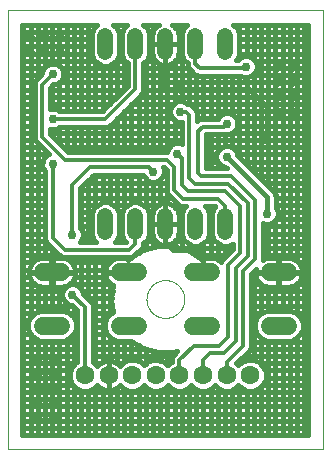
<source format=gtl>
G75*
%MOIN*%
%OFA0B0*%
%FSLAX25Y25*%
%IPPOS*%
%LPD*%
%AMOC8*
5,1,8,0,0,1.08239X$1,22.5*
%
%ADD10C,0.00000*%
%ADD11C,0.05200*%
%ADD12C,0.06299*%
%ADD13C,0.06000*%
%ADD14C,0.01200*%
%ADD15C,0.02978*%
%ADD16C,0.01600*%
%ADD17C,0.03175*%
D10*
X0001800Y0001800D02*
X0001800Y0148001D01*
X0106721Y0148001D01*
X0106721Y0001800D01*
X0001800Y0001800D01*
X0048001Y0051800D02*
X0048003Y0051958D01*
X0048009Y0052116D01*
X0048019Y0052274D01*
X0048033Y0052432D01*
X0048051Y0052589D01*
X0048072Y0052746D01*
X0048098Y0052902D01*
X0048128Y0053058D01*
X0048161Y0053213D01*
X0048199Y0053366D01*
X0048240Y0053519D01*
X0048285Y0053671D01*
X0048334Y0053822D01*
X0048387Y0053971D01*
X0048443Y0054119D01*
X0048503Y0054265D01*
X0048567Y0054410D01*
X0048635Y0054553D01*
X0048706Y0054695D01*
X0048780Y0054835D01*
X0048858Y0054972D01*
X0048940Y0055108D01*
X0049024Y0055242D01*
X0049113Y0055373D01*
X0049204Y0055502D01*
X0049299Y0055629D01*
X0049396Y0055754D01*
X0049497Y0055876D01*
X0049601Y0055995D01*
X0049708Y0056112D01*
X0049818Y0056226D01*
X0049931Y0056337D01*
X0050046Y0056446D01*
X0050164Y0056551D01*
X0050285Y0056653D01*
X0050408Y0056753D01*
X0050534Y0056849D01*
X0050662Y0056942D01*
X0050792Y0057032D01*
X0050925Y0057118D01*
X0051060Y0057202D01*
X0051196Y0057281D01*
X0051335Y0057358D01*
X0051476Y0057430D01*
X0051618Y0057500D01*
X0051762Y0057565D01*
X0051908Y0057627D01*
X0052055Y0057685D01*
X0052204Y0057740D01*
X0052354Y0057791D01*
X0052505Y0057838D01*
X0052657Y0057881D01*
X0052810Y0057920D01*
X0052965Y0057956D01*
X0053120Y0057987D01*
X0053276Y0058015D01*
X0053432Y0058039D01*
X0053589Y0058059D01*
X0053747Y0058075D01*
X0053904Y0058087D01*
X0054063Y0058095D01*
X0054221Y0058099D01*
X0054379Y0058099D01*
X0054537Y0058095D01*
X0054696Y0058087D01*
X0054853Y0058075D01*
X0055011Y0058059D01*
X0055168Y0058039D01*
X0055324Y0058015D01*
X0055480Y0057987D01*
X0055635Y0057956D01*
X0055790Y0057920D01*
X0055943Y0057881D01*
X0056095Y0057838D01*
X0056246Y0057791D01*
X0056396Y0057740D01*
X0056545Y0057685D01*
X0056692Y0057627D01*
X0056838Y0057565D01*
X0056982Y0057500D01*
X0057124Y0057430D01*
X0057265Y0057358D01*
X0057404Y0057281D01*
X0057540Y0057202D01*
X0057675Y0057118D01*
X0057808Y0057032D01*
X0057938Y0056942D01*
X0058066Y0056849D01*
X0058192Y0056753D01*
X0058315Y0056653D01*
X0058436Y0056551D01*
X0058554Y0056446D01*
X0058669Y0056337D01*
X0058782Y0056226D01*
X0058892Y0056112D01*
X0058999Y0055995D01*
X0059103Y0055876D01*
X0059204Y0055754D01*
X0059301Y0055629D01*
X0059396Y0055502D01*
X0059487Y0055373D01*
X0059576Y0055242D01*
X0059660Y0055108D01*
X0059742Y0054972D01*
X0059820Y0054835D01*
X0059894Y0054695D01*
X0059965Y0054553D01*
X0060033Y0054410D01*
X0060097Y0054265D01*
X0060157Y0054119D01*
X0060213Y0053971D01*
X0060266Y0053822D01*
X0060315Y0053671D01*
X0060360Y0053519D01*
X0060401Y0053366D01*
X0060439Y0053213D01*
X0060472Y0053058D01*
X0060502Y0052902D01*
X0060528Y0052746D01*
X0060549Y0052589D01*
X0060567Y0052432D01*
X0060581Y0052274D01*
X0060591Y0052116D01*
X0060597Y0051958D01*
X0060599Y0051800D01*
X0060597Y0051642D01*
X0060591Y0051484D01*
X0060581Y0051326D01*
X0060567Y0051168D01*
X0060549Y0051011D01*
X0060528Y0050854D01*
X0060502Y0050698D01*
X0060472Y0050542D01*
X0060439Y0050387D01*
X0060401Y0050234D01*
X0060360Y0050081D01*
X0060315Y0049929D01*
X0060266Y0049778D01*
X0060213Y0049629D01*
X0060157Y0049481D01*
X0060097Y0049335D01*
X0060033Y0049190D01*
X0059965Y0049047D01*
X0059894Y0048905D01*
X0059820Y0048765D01*
X0059742Y0048628D01*
X0059660Y0048492D01*
X0059576Y0048358D01*
X0059487Y0048227D01*
X0059396Y0048098D01*
X0059301Y0047971D01*
X0059204Y0047846D01*
X0059103Y0047724D01*
X0058999Y0047605D01*
X0058892Y0047488D01*
X0058782Y0047374D01*
X0058669Y0047263D01*
X0058554Y0047154D01*
X0058436Y0047049D01*
X0058315Y0046947D01*
X0058192Y0046847D01*
X0058066Y0046751D01*
X0057938Y0046658D01*
X0057808Y0046568D01*
X0057675Y0046482D01*
X0057540Y0046398D01*
X0057404Y0046319D01*
X0057265Y0046242D01*
X0057124Y0046170D01*
X0056982Y0046100D01*
X0056838Y0046035D01*
X0056692Y0045973D01*
X0056545Y0045915D01*
X0056396Y0045860D01*
X0056246Y0045809D01*
X0056095Y0045762D01*
X0055943Y0045719D01*
X0055790Y0045680D01*
X0055635Y0045644D01*
X0055480Y0045613D01*
X0055324Y0045585D01*
X0055168Y0045561D01*
X0055011Y0045541D01*
X0054853Y0045525D01*
X0054696Y0045513D01*
X0054537Y0045505D01*
X0054379Y0045501D01*
X0054221Y0045501D01*
X0054063Y0045505D01*
X0053904Y0045513D01*
X0053747Y0045525D01*
X0053589Y0045541D01*
X0053432Y0045561D01*
X0053276Y0045585D01*
X0053120Y0045613D01*
X0052965Y0045644D01*
X0052810Y0045680D01*
X0052657Y0045719D01*
X0052505Y0045762D01*
X0052354Y0045809D01*
X0052204Y0045860D01*
X0052055Y0045915D01*
X0051908Y0045973D01*
X0051762Y0046035D01*
X0051618Y0046100D01*
X0051476Y0046170D01*
X0051335Y0046242D01*
X0051196Y0046319D01*
X0051060Y0046398D01*
X0050925Y0046482D01*
X0050792Y0046568D01*
X0050662Y0046658D01*
X0050534Y0046751D01*
X0050408Y0046847D01*
X0050285Y0046947D01*
X0050164Y0047049D01*
X0050046Y0047154D01*
X0049931Y0047263D01*
X0049818Y0047374D01*
X0049708Y0047488D01*
X0049601Y0047605D01*
X0049497Y0047724D01*
X0049396Y0047846D01*
X0049299Y0047971D01*
X0049204Y0048098D01*
X0049113Y0048227D01*
X0049024Y0048358D01*
X0048940Y0048492D01*
X0048858Y0048628D01*
X0048780Y0048765D01*
X0048706Y0048905D01*
X0048635Y0049047D01*
X0048567Y0049190D01*
X0048503Y0049335D01*
X0048443Y0049481D01*
X0048387Y0049629D01*
X0048334Y0049778D01*
X0048285Y0049929D01*
X0048240Y0050081D01*
X0048199Y0050234D01*
X0048161Y0050387D01*
X0048128Y0050542D01*
X0048098Y0050698D01*
X0048072Y0050854D01*
X0048051Y0051011D01*
X0048033Y0051168D01*
X0048019Y0051326D01*
X0048009Y0051484D01*
X0048003Y0051642D01*
X0048001Y0051800D01*
D11*
X0044300Y0074200D02*
X0044300Y0079400D01*
X0034300Y0079400D02*
X0034300Y0074200D01*
X0054300Y0074200D02*
X0054300Y0079400D01*
X0064300Y0079400D02*
X0064300Y0074200D01*
X0074300Y0074200D02*
X0074300Y0079400D01*
X0074300Y0134200D02*
X0074300Y0139400D01*
X0064300Y0139400D02*
X0064300Y0134200D01*
X0054300Y0134200D02*
X0054300Y0139400D01*
X0044300Y0139400D02*
X0044300Y0134200D01*
X0034300Y0134200D02*
X0034300Y0139400D01*
D12*
X0035363Y0026328D03*
X0043237Y0026328D03*
X0051111Y0026328D03*
X0058985Y0026328D03*
X0066859Y0026328D03*
X0074733Y0026328D03*
X0082607Y0026328D03*
X0027489Y0026328D03*
D13*
X0019500Y0042900D02*
X0013500Y0042900D01*
X0013500Y0060700D02*
X0019500Y0060700D01*
X0039100Y0060700D02*
X0045100Y0060700D01*
X0045100Y0042900D02*
X0039100Y0042900D01*
X0063500Y0042900D02*
X0069500Y0042900D01*
X0069500Y0060700D02*
X0063500Y0060700D01*
X0089100Y0060700D02*
X0095100Y0060700D01*
X0095100Y0042900D02*
X0089100Y0042900D01*
D14*
X0080300Y0036800D02*
X0080300Y0061300D01*
X0084300Y0065300D01*
X0084300Y0084800D01*
X0076300Y0092800D01*
X0066300Y0092800D01*
X0065300Y0093800D01*
X0065300Y0107800D01*
X0066800Y0109300D01*
X0073800Y0109300D01*
X0074800Y0110300D01*
X0062300Y0113300D02*
X0062300Y0092300D01*
X0064300Y0090300D01*
X0075300Y0090300D01*
X0081800Y0083800D01*
X0081800Y0066300D01*
X0077800Y0062300D01*
X0077800Y0037800D01*
X0073800Y0033800D01*
X0069300Y0033800D01*
X0066859Y0031359D01*
X0066859Y0026328D01*
X0058985Y0026328D02*
X0058985Y0031485D01*
X0063800Y0036300D01*
X0072300Y0036300D01*
X0075300Y0039300D01*
X0075300Y0063300D01*
X0079300Y0067300D01*
X0079300Y0082800D01*
X0074300Y0087800D01*
X0061800Y0087800D01*
X0059800Y0089800D01*
X0059800Y0098800D01*
X0058300Y0100300D01*
X0054800Y0098300D02*
X0057300Y0095800D01*
X0057300Y0088300D01*
X0060300Y0085300D01*
X0071800Y0085300D01*
X0074300Y0082800D01*
X0074300Y0076800D01*
X0054800Y0098300D02*
X0020800Y0098300D01*
X0013300Y0105800D01*
X0013300Y0123300D01*
X0016800Y0126800D01*
X0016800Y0111800D02*
X0034300Y0111800D01*
X0044300Y0121800D01*
X0044300Y0136800D01*
X0059300Y0114300D02*
X0061300Y0114300D01*
X0062300Y0113300D01*
X0065800Y0128800D02*
X0064300Y0130300D01*
X0064300Y0136800D01*
X0065800Y0128800D02*
X0080800Y0128800D01*
X0081300Y0129300D01*
X0048800Y0095800D02*
X0050300Y0094300D01*
X0048800Y0095800D02*
X0029300Y0095800D01*
X0023300Y0089800D01*
X0023300Y0073300D01*
X0020800Y0068300D02*
X0042300Y0068300D01*
X0044300Y0070300D01*
X0044300Y0076800D01*
X0023300Y0053300D02*
X0027489Y0049111D01*
X0027489Y0026328D01*
X0020800Y0068300D02*
X0016800Y0072300D01*
X0016800Y0096800D01*
X0080300Y0036300D02*
X0074733Y0030733D01*
X0074733Y0026328D01*
X0080300Y0036300D02*
X0080300Y0036800D01*
D15*
X0088300Y0080300D03*
X0074800Y0099300D03*
X0074800Y0110300D03*
X0081300Y0129300D03*
X0088300Y0104800D03*
X0059300Y0114300D03*
X0054300Y0121800D03*
X0058300Y0100300D03*
X0050300Y0094300D03*
X0023300Y0073300D03*
X0023300Y0053300D03*
X0016800Y0096800D03*
X0016800Y0111800D03*
X0016800Y0126800D03*
D16*
X0016600Y0130270D02*
X0016600Y0143201D01*
X0014200Y0143201D02*
X0014200Y0129107D01*
X0013893Y0128800D02*
X0006600Y0128800D01*
X0006600Y0126400D02*
X0012750Y0126400D01*
X0013330Y0126980D02*
X0011838Y0125488D01*
X0011112Y0124762D01*
X0010719Y0123813D01*
X0010719Y0105287D01*
X0011112Y0104338D01*
X0015452Y0099998D01*
X0014834Y0099742D01*
X0013858Y0098766D01*
X0013330Y0097490D01*
X0013330Y0096110D01*
X0013858Y0094834D01*
X0014219Y0094474D01*
X0014219Y0071787D01*
X0014612Y0070838D01*
X0018612Y0066838D01*
X0019338Y0066112D01*
X0020287Y0065719D01*
X0042813Y0065719D01*
X0043445Y0065981D01*
X0042697Y0065500D01*
X0042300Y0065500D01*
X0042300Y0065130D01*
X0041900Y0064668D01*
X0041900Y0065500D01*
X0038722Y0065500D01*
X0037976Y0065382D01*
X0037257Y0065148D01*
X0036584Y0064805D01*
X0035973Y0064361D01*
X0035439Y0063827D01*
X0034995Y0063216D01*
X0034652Y0062543D01*
X0034418Y0061824D01*
X0034300Y0061078D01*
X0034300Y0060900D01*
X0038890Y0060900D01*
X0038707Y0060500D01*
X0034300Y0060500D01*
X0034300Y0060322D01*
X0034418Y0059576D01*
X0034652Y0058857D01*
X0034995Y0058184D01*
X0035439Y0057573D01*
X0035973Y0057039D01*
X0036584Y0056595D01*
X0036979Y0056393D01*
X0036319Y0051800D01*
X0036951Y0047401D01*
X0036278Y0047123D01*
X0034877Y0045722D01*
X0034119Y0043891D01*
X0034119Y0041909D01*
X0034877Y0040078D01*
X0036278Y0038677D01*
X0038109Y0037919D01*
X0042979Y0037919D01*
X0046830Y0035444D01*
X0046830Y0035444D01*
X0051741Y0034002D01*
X0056859Y0034002D01*
X0058264Y0034415D01*
X0056797Y0032947D01*
X0056404Y0031998D01*
X0056404Y0030812D01*
X0056079Y0030677D01*
X0055048Y0029646D01*
X0054017Y0030677D01*
X0052132Y0031458D01*
X0050090Y0031458D01*
X0048205Y0030677D01*
X0047174Y0029646D01*
X0046143Y0030677D01*
X0044258Y0031458D01*
X0042216Y0031458D01*
X0040331Y0030677D01*
X0039167Y0029513D01*
X0039138Y0029552D01*
X0038587Y0030103D01*
X0037957Y0030561D01*
X0037263Y0030915D01*
X0036522Y0031155D01*
X0035753Y0031277D01*
X0035363Y0031277D01*
X0035363Y0026328D01*
X0035363Y0031277D01*
X0034973Y0031277D01*
X0034204Y0031155D01*
X0033463Y0030915D01*
X0032769Y0030561D01*
X0032139Y0030103D01*
X0031588Y0029552D01*
X0031559Y0029513D01*
X0030395Y0030677D01*
X0030070Y0030812D01*
X0030070Y0049624D01*
X0029677Y0050573D01*
X0026770Y0053480D01*
X0026770Y0053990D01*
X0026242Y0055266D01*
X0025266Y0056242D01*
X0023990Y0056770D01*
X0022610Y0056770D01*
X0021334Y0056242D01*
X0020358Y0055266D01*
X0019830Y0053990D01*
X0019830Y0052610D01*
X0020358Y0051334D01*
X0021334Y0050358D01*
X0022610Y0049830D01*
X0023120Y0049830D01*
X0024908Y0048042D01*
X0024908Y0030812D01*
X0024583Y0030677D01*
X0023139Y0029234D01*
X0022358Y0027348D01*
X0022358Y0025307D01*
X0023139Y0023421D01*
X0024583Y0021978D01*
X0026468Y0021197D01*
X0028510Y0021197D01*
X0030395Y0021978D01*
X0031559Y0023142D01*
X0031588Y0023103D01*
X0032139Y0022552D01*
X0032769Y0022094D01*
X0033463Y0021741D01*
X0034204Y0021500D01*
X0034973Y0021378D01*
X0035363Y0021378D01*
X0035753Y0021378D01*
X0036522Y0021500D01*
X0037263Y0021741D01*
X0037957Y0022094D01*
X0038587Y0022552D01*
X0039138Y0023103D01*
X0039167Y0023142D01*
X0040331Y0021978D01*
X0042216Y0021197D01*
X0044258Y0021197D01*
X0046143Y0021978D01*
X0047174Y0023009D01*
X0048205Y0021978D01*
X0050090Y0021197D01*
X0052132Y0021197D01*
X0054017Y0021978D01*
X0055048Y0023009D01*
X0056079Y0021978D01*
X0057964Y0021197D01*
X0060006Y0021197D01*
X0061891Y0021978D01*
X0062922Y0023009D01*
X0063953Y0021978D01*
X0065838Y0021197D01*
X0067880Y0021197D01*
X0069765Y0021978D01*
X0070796Y0023009D01*
X0071827Y0021978D01*
X0073713Y0021197D01*
X0075754Y0021197D01*
X0077639Y0021978D01*
X0078670Y0023009D01*
X0079701Y0021978D01*
X0081587Y0021197D01*
X0083628Y0021197D01*
X0085513Y0021978D01*
X0086957Y0023421D01*
X0087738Y0025307D01*
X0087738Y0027348D01*
X0086957Y0029234D01*
X0085513Y0030677D01*
X0083628Y0031458D01*
X0081587Y0031458D01*
X0079701Y0030677D01*
X0078670Y0029646D01*
X0077983Y0030333D01*
X0081762Y0034112D01*
X0082488Y0034838D01*
X0082881Y0035787D01*
X0082881Y0060231D01*
X0084408Y0061757D01*
X0084300Y0061078D01*
X0084300Y0060900D01*
X0091900Y0060900D01*
X0091900Y0065500D01*
X0088722Y0065500D01*
X0087976Y0065382D01*
X0087257Y0065148D01*
X0086881Y0064957D01*
X0086881Y0077132D01*
X0087610Y0076830D01*
X0088990Y0076830D01*
X0090266Y0077358D01*
X0091242Y0078334D01*
X0091770Y0079610D01*
X0091770Y0080990D01*
X0091242Y0082266D01*
X0091081Y0082426D01*
X0091081Y0086353D01*
X0090658Y0087375D01*
X0089875Y0088158D01*
X0078270Y0099763D01*
X0078270Y0099990D01*
X0077742Y0101266D01*
X0076766Y0102242D01*
X0075490Y0102770D01*
X0074110Y0102770D01*
X0072834Y0102242D01*
X0071858Y0101266D01*
X0071330Y0099990D01*
X0071330Y0098610D01*
X0071858Y0097334D01*
X0072834Y0096358D01*
X0074110Y0095830D01*
X0074337Y0095830D01*
X0074786Y0095381D01*
X0067881Y0095381D01*
X0067881Y0106719D01*
X0074313Y0106719D01*
X0074581Y0106830D01*
X0075490Y0106830D01*
X0076766Y0107358D01*
X0077742Y0108334D01*
X0078270Y0109610D01*
X0078270Y0110990D01*
X0077742Y0112266D01*
X0076766Y0113242D01*
X0075490Y0113770D01*
X0074110Y0113770D01*
X0072834Y0113242D01*
X0071858Y0112266D01*
X0071699Y0111881D01*
X0066287Y0111881D01*
X0065338Y0111488D01*
X0064881Y0111031D01*
X0064881Y0113813D01*
X0064488Y0114762D01*
X0063488Y0115762D01*
X0062762Y0116488D01*
X0061813Y0116881D01*
X0061626Y0116881D01*
X0061266Y0117242D01*
X0059990Y0117770D01*
X0058610Y0117770D01*
X0057334Y0117242D01*
X0056358Y0116266D01*
X0055830Y0114990D01*
X0055830Y0113610D01*
X0056358Y0112334D01*
X0057334Y0111358D01*
X0058610Y0110830D01*
X0059719Y0110830D01*
X0059719Y0103468D01*
X0058990Y0103770D01*
X0057610Y0103770D01*
X0056334Y0103242D01*
X0055358Y0102266D01*
X0054830Y0100990D01*
X0054830Y0100881D01*
X0021869Y0100881D01*
X0015881Y0106869D01*
X0015881Y0108425D01*
X0016110Y0108330D01*
X0017490Y0108330D01*
X0018766Y0108858D01*
X0019126Y0109219D01*
X0034813Y0109219D01*
X0035762Y0109612D01*
X0045762Y0119612D01*
X0046488Y0120338D01*
X0046881Y0121287D01*
X0046881Y0130311D01*
X0046895Y0130316D01*
X0048184Y0131605D01*
X0048881Y0133289D01*
X0048881Y0140311D01*
X0048184Y0141995D01*
X0046978Y0143201D01*
X0052068Y0143201D01*
X0051994Y0143163D01*
X0051434Y0142756D01*
X0050944Y0142266D01*
X0050537Y0141706D01*
X0050222Y0141089D01*
X0050008Y0140430D01*
X0049900Y0139746D01*
X0049900Y0136800D01*
X0054300Y0136800D01*
X0054300Y0121800D01*
X0082300Y0121800D01*
X0088300Y0115800D01*
X0088300Y0104800D01*
X0080433Y0097600D02*
X0101921Y0097600D01*
X0101921Y0095200D02*
X0082833Y0095200D01*
X0083800Y0094233D02*
X0083800Y0126893D01*
X0084242Y0127334D02*
X0084770Y0128610D01*
X0084770Y0129990D01*
X0084242Y0131266D01*
X0083266Y0132242D01*
X0081990Y0132770D01*
X0080610Y0132770D01*
X0079334Y0132242D01*
X0078474Y0131381D01*
X0077960Y0131381D01*
X0078184Y0131605D01*
X0078881Y0133289D01*
X0078881Y0140311D01*
X0078184Y0141995D01*
X0076978Y0143201D01*
X0101921Y0143201D01*
X0101921Y0006600D01*
X0006600Y0006600D01*
X0006600Y0143201D01*
X0031622Y0143201D01*
X0030416Y0141995D01*
X0029719Y0140311D01*
X0029719Y0133289D01*
X0030416Y0131605D01*
X0031705Y0130316D01*
X0033389Y0129619D01*
X0035211Y0129619D01*
X0036895Y0130316D01*
X0038184Y0131605D01*
X0038881Y0133289D01*
X0038881Y0140311D01*
X0038184Y0141995D01*
X0036978Y0143201D01*
X0041622Y0143201D01*
X0040416Y0141995D01*
X0039719Y0140311D01*
X0039719Y0133289D01*
X0040416Y0131605D01*
X0041705Y0130316D01*
X0041719Y0130311D01*
X0041719Y0122869D01*
X0033231Y0114381D01*
X0019126Y0114381D01*
X0018766Y0114742D01*
X0017490Y0115270D01*
X0016110Y0115270D01*
X0015881Y0115175D01*
X0015881Y0122231D01*
X0016980Y0123330D01*
X0017490Y0123330D01*
X0018766Y0123858D01*
X0019742Y0124834D01*
X0020270Y0126110D01*
X0020270Y0127490D01*
X0019742Y0128766D01*
X0018766Y0129742D01*
X0017490Y0130270D01*
X0016110Y0130270D01*
X0014834Y0129742D01*
X0013858Y0128766D01*
X0013330Y0127490D01*
X0013330Y0126980D01*
X0011800Y0125450D02*
X0011800Y0143201D01*
X0009400Y0143201D02*
X0009400Y0063223D01*
X0009395Y0063216D02*
X0009052Y0062543D01*
X0008818Y0061824D01*
X0008700Y0061078D01*
X0008700Y0060900D01*
X0016300Y0060900D01*
X0016300Y0065500D01*
X0013122Y0065500D01*
X0012376Y0065382D01*
X0011657Y0065148D01*
X0010984Y0064805D01*
X0010373Y0064361D01*
X0009839Y0063827D01*
X0009395Y0063216D01*
X0010012Y0064000D02*
X0006600Y0064000D01*
X0006600Y0061600D02*
X0008783Y0061600D01*
X0009400Y0060900D02*
X0009400Y0060500D01*
X0008700Y0060500D02*
X0008700Y0060322D01*
X0008818Y0059576D01*
X0009052Y0058857D01*
X0009395Y0058184D01*
X0009839Y0057573D01*
X0010373Y0057039D01*
X0010984Y0056595D01*
X0011657Y0056252D01*
X0012376Y0056018D01*
X0013122Y0055900D01*
X0016300Y0055900D01*
X0016300Y0060500D01*
X0016700Y0060500D01*
X0016700Y0060900D01*
X0016300Y0060900D01*
X0016300Y0060500D01*
X0008700Y0060500D01*
X0008940Y0059200D02*
X0006600Y0059200D01*
X0006600Y0056800D02*
X0010702Y0056800D01*
X0011800Y0056205D02*
X0011800Y0047587D01*
X0012509Y0047881D02*
X0010678Y0047123D01*
X0009277Y0045722D01*
X0008519Y0043891D01*
X0008519Y0041909D01*
X0009277Y0040078D01*
X0010678Y0038677D01*
X0012509Y0037919D01*
X0020491Y0037919D01*
X0022322Y0038677D01*
X0023723Y0040078D01*
X0024481Y0041909D01*
X0024481Y0043891D01*
X0023723Y0045722D01*
X0022322Y0047123D01*
X0020491Y0047881D01*
X0012509Y0047881D01*
X0010865Y0047200D02*
X0006600Y0047200D01*
X0006600Y0044800D02*
X0008896Y0044800D01*
X0009400Y0045844D02*
X0009400Y0058177D01*
X0011800Y0060500D02*
X0011800Y0060900D01*
X0014200Y0060900D02*
X0014200Y0060500D01*
X0016300Y0061600D02*
X0016700Y0061600D01*
X0016700Y0060900D02*
X0016700Y0065500D01*
X0019878Y0065500D01*
X0020624Y0065382D01*
X0021343Y0065148D01*
X0022016Y0064805D01*
X0022627Y0064361D01*
X0023161Y0063827D01*
X0023605Y0063216D01*
X0023948Y0062543D01*
X0024182Y0061824D01*
X0024300Y0061078D01*
X0024300Y0060900D01*
X0016700Y0060900D01*
X0016600Y0060900D02*
X0016600Y0068850D01*
X0016650Y0068800D02*
X0006600Y0068800D01*
X0006600Y0071200D02*
X0014462Y0071200D01*
X0014219Y0073600D02*
X0006600Y0073600D01*
X0006600Y0076000D02*
X0014219Y0076000D01*
X0014219Y0078400D02*
X0006600Y0078400D01*
X0006600Y0080800D02*
X0014219Y0080800D01*
X0014219Y0083200D02*
X0006600Y0083200D01*
X0006600Y0085600D02*
X0014219Y0085600D01*
X0014219Y0088000D02*
X0006600Y0088000D01*
X0006600Y0090400D02*
X0014219Y0090400D01*
X0014219Y0092800D02*
X0006600Y0092800D01*
X0006600Y0095200D02*
X0013707Y0095200D01*
X0014200Y0094493D02*
X0014200Y0065500D01*
X0016300Y0064000D02*
X0016700Y0064000D01*
X0019000Y0065500D02*
X0019000Y0066450D01*
X0019050Y0066400D02*
X0006600Y0066400D01*
X0011800Y0065195D02*
X0011800Y0103650D01*
X0010920Y0104800D02*
X0006600Y0104800D01*
X0006600Y0107200D02*
X0010719Y0107200D01*
X0010719Y0109600D02*
X0006600Y0109600D01*
X0006600Y0112000D02*
X0010719Y0112000D01*
X0010719Y0114400D02*
X0006600Y0114400D01*
X0006600Y0116800D02*
X0010719Y0116800D01*
X0010719Y0119200D02*
X0006600Y0119200D01*
X0006600Y0121600D02*
X0010719Y0121600D01*
X0010796Y0124000D02*
X0006600Y0124000D01*
X0006600Y0131200D02*
X0030821Y0131200D01*
X0031000Y0131021D02*
X0031000Y0114381D01*
X0033250Y0114400D02*
X0019107Y0114400D01*
X0019000Y0114507D02*
X0019000Y0124093D01*
X0018907Y0124000D02*
X0041719Y0124000D01*
X0041719Y0126400D02*
X0020270Y0126400D01*
X0019707Y0128800D02*
X0041719Y0128800D01*
X0040821Y0131200D02*
X0037779Y0131200D01*
X0038200Y0131644D02*
X0038200Y0119350D01*
X0038050Y0119200D02*
X0015881Y0119200D01*
X0015881Y0121600D02*
X0040450Y0121600D01*
X0040600Y0121750D02*
X0040600Y0131421D01*
X0039719Y0133600D02*
X0038881Y0133600D01*
X0038881Y0136000D02*
X0039719Y0136000D01*
X0039719Y0138400D02*
X0038881Y0138400D01*
X0038679Y0140800D02*
X0039921Y0140800D01*
X0040600Y0142179D02*
X0040600Y0143201D01*
X0041621Y0143200D02*
X0036979Y0143200D01*
X0038200Y0143201D02*
X0038200Y0141956D01*
X0031621Y0143200D02*
X0006600Y0143200D01*
X0007000Y0143201D02*
X0007000Y0006600D01*
X0006600Y0008800D02*
X0101921Y0008800D01*
X0100600Y0006600D02*
X0100600Y0143201D01*
X0101921Y0143200D02*
X0076979Y0143200D01*
X0079000Y0143201D02*
X0079000Y0131907D01*
X0078881Y0133600D02*
X0101921Y0133600D01*
X0101921Y0131200D02*
X0084269Y0131200D01*
X0083800Y0131707D02*
X0083800Y0143201D01*
X0086200Y0143201D02*
X0086200Y0091833D01*
X0085233Y0092800D02*
X0101921Y0092800D01*
X0101921Y0090400D02*
X0087633Y0090400D01*
X0088600Y0089433D02*
X0088600Y0143201D01*
X0091000Y0143201D02*
X0091000Y0086549D01*
X0091081Y0085600D02*
X0101921Y0085600D01*
X0101921Y0083200D02*
X0091081Y0083200D01*
X0091770Y0080800D02*
X0101921Y0080800D01*
X0101921Y0078400D02*
X0091269Y0078400D01*
X0091000Y0078093D02*
X0091000Y0065500D01*
X0092300Y0065500D02*
X0092300Y0060900D01*
X0091900Y0060900D01*
X0091900Y0060500D01*
X0092300Y0060500D01*
X0092300Y0060900D01*
X0099900Y0060900D01*
X0099900Y0061078D01*
X0099782Y0061824D01*
X0099548Y0062543D01*
X0099205Y0063216D01*
X0098761Y0063827D01*
X0098227Y0064361D01*
X0097616Y0064805D01*
X0096943Y0065148D01*
X0096224Y0065382D01*
X0095478Y0065500D01*
X0092300Y0065500D01*
X0092300Y0064000D02*
X0091900Y0064000D01*
X0091900Y0061600D02*
X0092300Y0061600D01*
X0092300Y0060500D02*
X0099900Y0060500D01*
X0099900Y0060322D01*
X0099782Y0059576D01*
X0099548Y0058857D01*
X0099205Y0058184D01*
X0098761Y0057573D01*
X0098227Y0057039D01*
X0097616Y0056595D01*
X0096943Y0056252D01*
X0096224Y0056018D01*
X0095478Y0055900D01*
X0092300Y0055900D01*
X0092300Y0060500D01*
X0091900Y0060500D02*
X0091900Y0055900D01*
X0088722Y0055900D01*
X0087976Y0056018D01*
X0087257Y0056252D01*
X0086584Y0056595D01*
X0085973Y0057039D01*
X0085439Y0057573D01*
X0084995Y0058184D01*
X0084652Y0058857D01*
X0084418Y0059576D01*
X0084300Y0060322D01*
X0084300Y0060500D01*
X0091900Y0060500D01*
X0091000Y0060500D02*
X0091000Y0060900D01*
X0091900Y0059200D02*
X0092300Y0059200D01*
X0092300Y0056800D02*
X0091900Y0056800D01*
X0091000Y0055900D02*
X0091000Y0047881D01*
X0088600Y0047881D02*
X0088600Y0055919D01*
X0086302Y0056800D02*
X0082881Y0056800D01*
X0082881Y0059200D02*
X0084540Y0059200D01*
X0083800Y0061150D02*
X0083800Y0031387D01*
X0085791Y0030400D02*
X0101921Y0030400D01*
X0101921Y0028000D02*
X0087468Y0028000D01*
X0087738Y0025600D02*
X0101921Y0025600D01*
X0101921Y0023200D02*
X0086735Y0023200D01*
X0086200Y0022665D02*
X0086200Y0006600D01*
X0083800Y0006600D02*
X0083800Y0021268D01*
X0081400Y0021274D02*
X0081400Y0006600D01*
X0079000Y0006600D02*
X0079000Y0022679D01*
X0076600Y0021547D02*
X0076600Y0006600D01*
X0074200Y0006600D02*
X0074200Y0021197D01*
X0071800Y0022005D02*
X0071800Y0006600D01*
X0069400Y0006600D02*
X0069400Y0021827D01*
X0067000Y0021197D02*
X0067000Y0006600D01*
X0064600Y0006600D02*
X0064600Y0021710D01*
X0062200Y0022287D02*
X0062200Y0006600D01*
X0059800Y0006600D02*
X0059800Y0021197D01*
X0057400Y0021431D02*
X0057400Y0006600D01*
X0055000Y0006600D02*
X0055000Y0022961D01*
X0052600Y0021391D02*
X0052600Y0006600D01*
X0050200Y0006600D02*
X0050200Y0021197D01*
X0047800Y0022383D02*
X0047800Y0006600D01*
X0045400Y0006600D02*
X0045400Y0021670D01*
X0043000Y0021197D02*
X0043000Y0006600D01*
X0040600Y0006600D02*
X0040600Y0021866D01*
X0038200Y0022271D02*
X0038200Y0006600D01*
X0035800Y0006600D02*
X0035800Y0021385D01*
X0035363Y0021378D02*
X0035363Y0026327D01*
X0035363Y0026327D01*
X0035363Y0021378D01*
X0035363Y0023200D02*
X0035363Y0023200D01*
X0035363Y0025600D02*
X0035363Y0025600D01*
X0035363Y0026328D02*
X0035363Y0026328D01*
X0035363Y0028000D02*
X0035363Y0028000D01*
X0035363Y0030400D02*
X0035363Y0030400D01*
X0035800Y0031270D02*
X0035800Y0039156D01*
X0034956Y0040000D02*
X0030070Y0040000D01*
X0030070Y0037600D02*
X0043475Y0037600D01*
X0043000Y0037905D02*
X0043000Y0031458D01*
X0045400Y0030985D02*
X0045400Y0036363D01*
X0047661Y0035200D02*
X0030070Y0035200D01*
X0030070Y0032800D02*
X0056736Y0032800D01*
X0057400Y0033550D02*
X0057400Y0034161D01*
X0055000Y0034002D02*
X0055000Y0029694D01*
X0054294Y0030400D02*
X0055802Y0030400D01*
X0052600Y0031264D02*
X0052600Y0034002D01*
X0050200Y0034454D02*
X0050200Y0031458D01*
X0047928Y0030400D02*
X0046420Y0030400D01*
X0047800Y0030272D02*
X0047800Y0035159D01*
X0040600Y0037919D02*
X0040600Y0030789D01*
X0040054Y0030400D02*
X0038179Y0030400D01*
X0038200Y0030384D02*
X0038200Y0037919D01*
X0034119Y0042400D02*
X0030070Y0042400D01*
X0030070Y0044800D02*
X0034496Y0044800D01*
X0035800Y0046644D02*
X0035800Y0057212D01*
X0036302Y0056800D02*
X0022298Y0056800D01*
X0022016Y0056595D02*
X0022627Y0057039D01*
X0023161Y0057573D01*
X0023605Y0058184D01*
X0023948Y0058857D01*
X0024182Y0059576D01*
X0024300Y0060322D01*
X0024300Y0060500D01*
X0016700Y0060500D01*
X0016700Y0055900D01*
X0019878Y0055900D01*
X0020624Y0056018D01*
X0021343Y0056252D01*
X0022016Y0056595D01*
X0021400Y0056281D02*
X0021400Y0056269D01*
X0020000Y0054400D02*
X0006600Y0054400D01*
X0006600Y0052000D02*
X0020082Y0052000D01*
X0021400Y0050331D02*
X0021400Y0047504D01*
X0022135Y0047200D02*
X0024908Y0047200D01*
X0023800Y0045535D02*
X0023800Y0049150D01*
X0023350Y0049600D02*
X0006600Y0049600D01*
X0006600Y0042400D02*
X0008519Y0042400D01*
X0009356Y0040000D02*
X0006600Y0040000D01*
X0006600Y0037600D02*
X0024908Y0037600D01*
X0024908Y0040000D02*
X0023644Y0040000D01*
X0023800Y0040265D02*
X0023800Y0029895D01*
X0024305Y0030400D02*
X0006600Y0030400D01*
X0006600Y0028000D02*
X0022628Y0028000D01*
X0022358Y0025600D02*
X0006600Y0025600D01*
X0006600Y0023200D02*
X0023361Y0023200D01*
X0023800Y0022761D02*
X0023800Y0006600D01*
X0021400Y0006600D02*
X0021400Y0038295D01*
X0019000Y0037919D02*
X0019000Y0006600D01*
X0016600Y0006600D02*
X0016600Y0037919D01*
X0014200Y0037919D02*
X0014200Y0006600D01*
X0011800Y0006600D02*
X0011800Y0038213D01*
X0009400Y0039956D02*
X0009400Y0006600D01*
X0006600Y0011200D02*
X0101921Y0011200D01*
X0101921Y0013600D02*
X0006600Y0013600D01*
X0006600Y0016000D02*
X0101921Y0016000D01*
X0101921Y0018400D02*
X0006600Y0018400D01*
X0006600Y0020800D02*
X0101921Y0020800D01*
X0101921Y0032800D02*
X0080450Y0032800D01*
X0081400Y0033750D02*
X0081400Y0031381D01*
X0079424Y0030400D02*
X0078050Y0030400D01*
X0079000Y0029976D02*
X0079000Y0031350D01*
X0082638Y0035200D02*
X0101921Y0035200D01*
X0101921Y0037600D02*
X0082881Y0037600D01*
X0082881Y0040000D02*
X0084956Y0040000D01*
X0084877Y0040078D02*
X0086278Y0038677D01*
X0088109Y0037919D01*
X0096091Y0037919D01*
X0097922Y0038677D01*
X0099323Y0040078D01*
X0100081Y0041909D01*
X0100081Y0043891D01*
X0099323Y0045722D01*
X0097922Y0047123D01*
X0096091Y0047881D01*
X0088109Y0047881D01*
X0086278Y0047123D01*
X0084877Y0045722D01*
X0084119Y0043891D01*
X0084119Y0041909D01*
X0084877Y0040078D01*
X0086200Y0038756D02*
X0086200Y0029991D01*
X0088600Y0037919D02*
X0088600Y0006600D01*
X0091000Y0006600D02*
X0091000Y0037919D01*
X0093400Y0037919D02*
X0093400Y0006600D01*
X0095800Y0006600D02*
X0095800Y0037919D01*
X0098200Y0038956D02*
X0098200Y0006600D01*
X0099244Y0040000D02*
X0101921Y0040000D01*
X0101921Y0042400D02*
X0100081Y0042400D01*
X0099704Y0044800D02*
X0101921Y0044800D01*
X0101921Y0047200D02*
X0097735Y0047200D01*
X0098200Y0046844D02*
X0098200Y0057019D01*
X0097898Y0056800D02*
X0101921Y0056800D01*
X0101921Y0059200D02*
X0099660Y0059200D01*
X0098200Y0060500D02*
X0098200Y0060900D01*
X0099817Y0061600D02*
X0101921Y0061600D01*
X0101921Y0064000D02*
X0098588Y0064000D01*
X0098200Y0064381D02*
X0098200Y0143201D01*
X0095800Y0143201D02*
X0095800Y0065449D01*
X0093400Y0065500D02*
X0093400Y0143201D01*
X0101921Y0140800D02*
X0078679Y0140800D01*
X0078881Y0138400D02*
X0101921Y0138400D01*
X0101921Y0136000D02*
X0078881Y0136000D01*
X0081400Y0132770D02*
X0081400Y0143201D01*
X0084770Y0128800D02*
X0101921Y0128800D01*
X0101921Y0126400D02*
X0083307Y0126400D01*
X0083266Y0126358D02*
X0084242Y0127334D01*
X0083266Y0126358D02*
X0081990Y0125830D01*
X0080610Y0125830D01*
X0079671Y0126219D01*
X0065287Y0126219D01*
X0064338Y0126612D01*
X0062838Y0128112D01*
X0062112Y0128838D01*
X0061719Y0129787D01*
X0061719Y0130311D01*
X0061705Y0130316D01*
X0060416Y0131605D01*
X0059719Y0133289D01*
X0059719Y0140311D01*
X0060416Y0141995D01*
X0061622Y0143201D01*
X0056532Y0143201D01*
X0056606Y0143163D01*
X0057166Y0142756D01*
X0057656Y0142266D01*
X0058063Y0141706D01*
X0058378Y0141089D01*
X0058592Y0140430D01*
X0058700Y0139746D01*
X0058700Y0136800D01*
X0054300Y0136800D01*
X0054300Y0136800D01*
X0058700Y0136800D01*
X0058700Y0133854D01*
X0058592Y0133170D01*
X0058378Y0132511D01*
X0058063Y0131894D01*
X0057656Y0131334D01*
X0057166Y0130844D01*
X0056606Y0130437D01*
X0055989Y0130122D01*
X0055330Y0129908D01*
X0054646Y0129800D01*
X0054300Y0129800D01*
X0054300Y0136800D01*
X0054300Y0136800D01*
X0054300Y0136800D01*
X0054300Y0129800D01*
X0053954Y0129800D01*
X0053270Y0129908D01*
X0052611Y0130122D01*
X0051994Y0130437D01*
X0051434Y0130844D01*
X0050944Y0131334D01*
X0050537Y0131894D01*
X0050222Y0132511D01*
X0050008Y0133170D01*
X0049900Y0133854D01*
X0049900Y0136800D01*
X0054300Y0136800D01*
X0055000Y0136800D02*
X0055000Y0136800D01*
X0054300Y0136000D02*
X0054300Y0136000D01*
X0052600Y0136800D02*
X0052600Y0136800D01*
X0050200Y0136800D02*
X0050200Y0136800D01*
X0049900Y0136000D02*
X0048881Y0136000D01*
X0048881Y0138400D02*
X0049900Y0138400D01*
X0050128Y0140800D02*
X0048679Y0140800D01*
X0047800Y0142379D02*
X0047800Y0143201D01*
X0046979Y0143200D02*
X0052066Y0143200D01*
X0050200Y0143201D02*
X0050200Y0141020D01*
X0049940Y0133600D02*
X0048881Y0133600D01*
X0050200Y0132580D02*
X0050200Y0100881D01*
X0047800Y0100881D02*
X0047800Y0131221D01*
X0047779Y0131200D02*
X0051077Y0131200D01*
X0052600Y0130128D02*
X0052600Y0100881D01*
X0055000Y0101401D02*
X0055000Y0129856D01*
X0054300Y0131200D02*
X0054300Y0131200D01*
X0054300Y0133600D02*
X0054300Y0133600D01*
X0057400Y0131077D02*
X0057400Y0117269D01*
X0056893Y0116800D02*
X0042950Y0116800D01*
X0043000Y0116850D02*
X0043000Y0100881D01*
X0040600Y0100881D02*
X0040600Y0114450D01*
X0040550Y0114400D02*
X0055830Y0114400D01*
X0056693Y0112000D02*
X0038150Y0112000D01*
X0038200Y0112050D02*
X0038200Y0100881D01*
X0035800Y0100881D02*
X0035800Y0109650D01*
X0035733Y0109600D02*
X0059719Y0109600D01*
X0059719Y0107200D02*
X0015881Y0107200D01*
X0016600Y0106150D02*
X0016600Y0108330D01*
X0019000Y0109093D02*
X0019000Y0103750D01*
X0017950Y0104800D02*
X0059719Y0104800D01*
X0057400Y0103683D02*
X0057400Y0111331D01*
X0059800Y0117770D02*
X0059800Y0133093D01*
X0059719Y0133600D02*
X0058660Y0133600D01*
X0058700Y0136000D02*
X0059719Y0136000D01*
X0059719Y0138400D02*
X0058700Y0138400D01*
X0057400Y0136800D02*
X0057400Y0136800D01*
X0058472Y0140800D02*
X0059921Y0140800D01*
X0059800Y0140507D02*
X0059800Y0143201D01*
X0061621Y0143200D02*
X0056534Y0143200D01*
X0057400Y0143201D02*
X0057400Y0142523D01*
X0057523Y0131200D02*
X0060821Y0131200D01*
X0062150Y0128800D02*
X0046881Y0128800D01*
X0046881Y0126400D02*
X0064849Y0126400D01*
X0064600Y0126503D02*
X0064600Y0114492D01*
X0064638Y0114400D02*
X0101921Y0114400D01*
X0101921Y0112000D02*
X0077852Y0112000D01*
X0076600Y0113310D02*
X0076600Y0126219D01*
X0074200Y0126219D02*
X0074200Y0113770D01*
X0071800Y0112125D02*
X0071800Y0126219D01*
X0069400Y0126219D02*
X0069400Y0111881D01*
X0067000Y0111881D02*
X0067000Y0126219D01*
X0062200Y0128750D02*
X0062200Y0116721D01*
X0062009Y0116800D02*
X0101921Y0116800D01*
X0101921Y0119200D02*
X0045350Y0119200D01*
X0045400Y0119250D02*
X0045400Y0100881D01*
X0045400Y0093219D02*
X0045400Y0083903D01*
X0045211Y0083981D02*
X0043389Y0083981D01*
X0041705Y0083284D01*
X0040416Y0081995D01*
X0039719Y0080311D01*
X0039719Y0073289D01*
X0040416Y0071605D01*
X0041140Y0070881D01*
X0037460Y0070881D01*
X0038184Y0071605D01*
X0038881Y0073289D01*
X0038881Y0080311D01*
X0038184Y0081995D01*
X0036895Y0083284D01*
X0035211Y0083981D01*
X0033389Y0083981D01*
X0031705Y0083284D01*
X0030416Y0081995D01*
X0029719Y0080311D01*
X0029719Y0073289D01*
X0030416Y0071605D01*
X0031140Y0070881D01*
X0025789Y0070881D01*
X0026242Y0071334D01*
X0026770Y0072610D01*
X0026770Y0073990D01*
X0026242Y0075266D01*
X0025881Y0075626D01*
X0025881Y0088731D01*
X0030369Y0093219D01*
X0046992Y0093219D01*
X0047358Y0092334D01*
X0048334Y0091358D01*
X0049610Y0090830D01*
X0050990Y0090830D01*
X0052266Y0091358D01*
X0053242Y0092334D01*
X0053770Y0093610D01*
X0053770Y0094990D01*
X0053468Y0095719D01*
X0053731Y0095719D01*
X0054719Y0094731D01*
X0054719Y0087787D01*
X0055112Y0086838D01*
X0058112Y0083838D01*
X0058838Y0083112D01*
X0059787Y0082719D01*
X0061140Y0082719D01*
X0060416Y0081995D01*
X0059719Y0080311D01*
X0059719Y0073289D01*
X0060416Y0071605D01*
X0061705Y0070316D01*
X0063389Y0069619D01*
X0065211Y0069619D01*
X0066895Y0070316D01*
X0068184Y0071605D01*
X0068881Y0073289D01*
X0068881Y0080311D01*
X0068184Y0081995D01*
X0067460Y0082719D01*
X0070731Y0082719D01*
X0070936Y0082514D01*
X0070416Y0081995D01*
X0069719Y0080311D01*
X0069719Y0073289D01*
X0070416Y0071605D01*
X0071705Y0070316D01*
X0073389Y0069619D01*
X0075211Y0069619D01*
X0076719Y0070243D01*
X0076719Y0068369D01*
X0073838Y0065488D01*
X0073838Y0065488D01*
X0073112Y0064762D01*
X0072852Y0064136D01*
X0072627Y0064361D01*
X0072016Y0064805D01*
X0071343Y0065148D01*
X0070624Y0065382D01*
X0069878Y0065500D01*
X0066700Y0065500D01*
X0066700Y0064668D01*
X0066300Y0065130D01*
X0066300Y0065500D01*
X0065903Y0065500D01*
X0061770Y0068156D01*
X0056859Y0069598D01*
X0051741Y0069598D01*
X0046830Y0068156D01*
X0043965Y0066315D01*
X0046488Y0068838D01*
X0046881Y0069787D01*
X0046881Y0070311D01*
X0046895Y0070316D01*
X0048184Y0071605D01*
X0048881Y0073289D01*
X0048881Y0080311D01*
X0048184Y0081995D01*
X0046895Y0083284D01*
X0045211Y0083981D01*
X0046979Y0083200D02*
X0052066Y0083200D01*
X0051994Y0083163D02*
X0051434Y0082756D01*
X0050944Y0082266D01*
X0050537Y0081706D01*
X0050222Y0081089D01*
X0050008Y0080430D01*
X0049900Y0079746D01*
X0049900Y0076800D01*
X0054300Y0076800D01*
X0054300Y0070800D01*
X0056800Y0068300D01*
X0064800Y0068300D01*
X0066800Y0066300D01*
X0066800Y0061000D01*
X0066500Y0060700D01*
X0067000Y0065500D02*
X0067000Y0070421D01*
X0067779Y0071200D02*
X0070821Y0071200D01*
X0071800Y0070277D02*
X0071800Y0064915D01*
X0074200Y0065850D02*
X0074200Y0069619D01*
X0076600Y0070194D02*
X0076600Y0068250D01*
X0076719Y0068800D02*
X0059577Y0068800D01*
X0059800Y0068734D02*
X0059800Y0073093D01*
X0059719Y0073600D02*
X0058660Y0073600D01*
X0058700Y0073854D02*
X0058700Y0076800D01*
X0058700Y0079746D01*
X0058592Y0080430D01*
X0058378Y0081089D01*
X0058063Y0081706D01*
X0057656Y0082266D01*
X0057166Y0082756D01*
X0056606Y0083163D01*
X0055989Y0083478D01*
X0055330Y0083692D01*
X0054646Y0083800D01*
X0054300Y0083800D01*
X0054300Y0076800D01*
X0058700Y0076800D01*
X0054300Y0076800D01*
X0054300Y0076800D01*
X0054300Y0076800D01*
X0054300Y0069800D01*
X0054646Y0069800D01*
X0055330Y0069908D01*
X0055989Y0070122D01*
X0056606Y0070437D01*
X0057166Y0070844D01*
X0057656Y0071334D01*
X0058063Y0071894D01*
X0058378Y0072511D01*
X0058592Y0073170D01*
X0058700Y0073854D01*
X0058700Y0076000D02*
X0059719Y0076000D01*
X0059719Y0078400D02*
X0058700Y0078400D01*
X0057400Y0076800D02*
X0057400Y0076800D01*
X0055000Y0076800D02*
X0055000Y0076800D01*
X0054300Y0076800D02*
X0054300Y0076800D01*
X0054300Y0076800D01*
X0054300Y0083800D01*
X0053954Y0083800D01*
X0053270Y0083692D01*
X0052611Y0083478D01*
X0051994Y0083163D01*
X0052600Y0083472D02*
X0052600Y0091693D01*
X0053435Y0092800D02*
X0054719Y0092800D01*
X0054250Y0095200D02*
X0053683Y0095200D01*
X0054719Y0090400D02*
X0027550Y0090400D01*
X0028600Y0091450D02*
X0028600Y0070881D01*
X0030821Y0071200D02*
X0026107Y0071200D01*
X0026200Y0071293D02*
X0026200Y0070881D01*
X0026770Y0073600D02*
X0029719Y0073600D01*
X0029719Y0076000D02*
X0025881Y0076000D01*
X0026200Y0075307D02*
X0026200Y0089050D01*
X0025881Y0088000D02*
X0054719Y0088000D01*
X0055000Y0087108D02*
X0055000Y0083744D01*
X0054300Y0083200D02*
X0054300Y0083200D01*
X0054300Y0080800D02*
X0054300Y0080800D01*
X0054300Y0078400D02*
X0054300Y0078400D01*
X0054300Y0076800D02*
X0049900Y0076800D01*
X0049900Y0073854D01*
X0050008Y0073170D01*
X0050222Y0072511D01*
X0050537Y0071894D01*
X0050944Y0071334D01*
X0051434Y0070844D01*
X0051994Y0070437D01*
X0052611Y0070122D01*
X0053270Y0069908D01*
X0053954Y0069800D01*
X0054300Y0069800D01*
X0054300Y0076800D01*
X0054300Y0076000D02*
X0054300Y0076000D01*
X0052600Y0076800D02*
X0052600Y0076800D01*
X0050200Y0076800D02*
X0050200Y0076800D01*
X0049900Y0076000D02*
X0048881Y0076000D01*
X0048881Y0078400D02*
X0049900Y0078400D01*
X0050128Y0080800D02*
X0048679Y0080800D01*
X0047800Y0082379D02*
X0047800Y0091893D01*
X0047165Y0092800D02*
X0029950Y0092800D01*
X0031000Y0093219D02*
X0031000Y0082579D01*
X0031621Y0083200D02*
X0025881Y0083200D01*
X0025881Y0080800D02*
X0029921Y0080800D01*
X0029719Y0078400D02*
X0025881Y0078400D01*
X0025881Y0085600D02*
X0056350Y0085600D01*
X0057400Y0084550D02*
X0057400Y0082523D01*
X0056534Y0083200D02*
X0058750Y0083200D01*
X0059800Y0082719D02*
X0059800Y0080507D01*
X0059921Y0080800D02*
X0058472Y0080800D01*
X0054300Y0073600D02*
X0054300Y0073600D01*
X0054300Y0071200D02*
X0054300Y0071200D01*
X0055000Y0069856D02*
X0055000Y0069598D01*
X0052600Y0069598D02*
X0052600Y0070128D01*
X0051077Y0071200D02*
X0047779Y0071200D01*
X0047800Y0071221D02*
X0047800Y0068441D01*
X0049023Y0068800D02*
X0046450Y0068800D01*
X0045400Y0067750D02*
X0045400Y0067237D01*
X0044098Y0066400D02*
X0044050Y0066400D01*
X0043000Y0065796D02*
X0043000Y0065695D01*
X0040600Y0065719D02*
X0040600Y0065500D01*
X0038200Y0065417D02*
X0038200Y0065719D01*
X0035800Y0065719D02*
X0035800Y0064188D01*
X0035612Y0064000D02*
X0022988Y0064000D01*
X0023800Y0062834D02*
X0023800Y0065719D01*
X0021400Y0065719D02*
X0021400Y0065119D01*
X0021400Y0060900D02*
X0021400Y0060500D01*
X0019000Y0060500D02*
X0019000Y0060900D01*
X0016600Y0060500D02*
X0016600Y0047881D01*
X0014200Y0047881D02*
X0014200Y0055900D01*
X0016300Y0056800D02*
X0016700Y0056800D01*
X0016700Y0059200D02*
X0016300Y0059200D01*
X0019000Y0055900D02*
X0019000Y0047881D01*
X0024104Y0044800D02*
X0024908Y0044800D01*
X0024908Y0042400D02*
X0024481Y0042400D01*
X0024908Y0035200D02*
X0006600Y0035200D01*
X0006600Y0032800D02*
X0024908Y0032800D01*
X0030672Y0030400D02*
X0032547Y0030400D01*
X0033400Y0030882D02*
X0033400Y0065719D01*
X0031000Y0065719D02*
X0031000Y0030072D01*
X0031000Y0022583D02*
X0031000Y0006600D01*
X0028600Y0006600D02*
X0028600Y0021234D01*
X0026200Y0021308D02*
X0026200Y0006600D01*
X0033400Y0006600D02*
X0033400Y0021773D01*
X0036465Y0047200D02*
X0030070Y0047200D01*
X0030070Y0049600D02*
X0036635Y0049600D01*
X0036319Y0051800D02*
X0036319Y0051800D01*
X0036348Y0052000D02*
X0028250Y0052000D01*
X0028600Y0051650D02*
X0028600Y0065719D01*
X0026200Y0065719D02*
X0026200Y0055307D01*
X0026600Y0054400D02*
X0036693Y0054400D01*
X0034540Y0059200D02*
X0024060Y0059200D01*
X0023800Y0058566D02*
X0023800Y0056770D01*
X0023800Y0060500D02*
X0023800Y0060900D01*
X0024217Y0061600D02*
X0034383Y0061600D01*
X0035800Y0060900D02*
X0035800Y0060500D01*
X0038200Y0060500D02*
X0038200Y0060900D01*
X0038200Y0070881D02*
X0038200Y0071644D01*
X0037779Y0071200D02*
X0040821Y0071200D01*
X0040600Y0071421D02*
X0040600Y0070881D01*
X0039719Y0073600D02*
X0038881Y0073600D01*
X0038881Y0076000D02*
X0039719Y0076000D01*
X0039719Y0078400D02*
X0038881Y0078400D01*
X0038679Y0080800D02*
X0039921Y0080800D01*
X0040600Y0082179D02*
X0040600Y0093219D01*
X0038200Y0093219D02*
X0038200Y0081956D01*
X0036979Y0083200D02*
X0041621Y0083200D01*
X0043000Y0083820D02*
X0043000Y0093219D01*
X0035800Y0093219D02*
X0035800Y0083737D01*
X0033400Y0083981D02*
X0033400Y0093219D01*
X0033400Y0100881D02*
X0033400Y0109219D01*
X0031000Y0109219D02*
X0031000Y0100881D01*
X0028600Y0100881D02*
X0028600Y0109219D01*
X0026200Y0109219D02*
X0026200Y0100881D01*
X0023800Y0100881D02*
X0023800Y0109219D01*
X0021400Y0109219D02*
X0021400Y0101350D01*
X0020350Y0102400D02*
X0055493Y0102400D01*
X0050200Y0090830D02*
X0050200Y0081020D01*
X0049940Y0073600D02*
X0048881Y0073600D01*
X0050200Y0072580D02*
X0050200Y0069146D01*
X0057400Y0069439D02*
X0057400Y0071077D01*
X0057523Y0071200D02*
X0060821Y0071200D01*
X0062200Y0070111D02*
X0062200Y0067880D01*
X0064502Y0066400D02*
X0074750Y0066400D01*
X0069400Y0065500D02*
X0069400Y0082719D01*
X0069921Y0080800D02*
X0068679Y0080800D01*
X0068881Y0078400D02*
X0069719Y0078400D01*
X0069719Y0076000D02*
X0068881Y0076000D01*
X0068881Y0073600D02*
X0069719Y0073600D01*
X0064600Y0069619D02*
X0064600Y0066337D01*
X0082881Y0054400D02*
X0101921Y0054400D01*
X0101921Y0052000D02*
X0082881Y0052000D01*
X0082881Y0049600D02*
X0101921Y0049600D01*
X0095800Y0047881D02*
X0095800Y0055951D01*
X0093400Y0055900D02*
X0093400Y0047881D01*
X0086465Y0047200D02*
X0082881Y0047200D01*
X0082881Y0044800D02*
X0084496Y0044800D01*
X0084119Y0042400D02*
X0082881Y0042400D01*
X0086200Y0047044D02*
X0086200Y0056874D01*
X0086200Y0060500D02*
X0086200Y0060900D01*
X0084383Y0061600D02*
X0084250Y0061600D01*
X0086881Y0066400D02*
X0101921Y0066400D01*
X0101921Y0068800D02*
X0086881Y0068800D01*
X0086881Y0071200D02*
X0101921Y0071200D01*
X0101921Y0073600D02*
X0086881Y0073600D01*
X0086881Y0076000D02*
X0101921Y0076000D01*
X0101921Y0088000D02*
X0090033Y0088000D01*
X0088300Y0085800D02*
X0088300Y0080300D01*
X0088600Y0076830D02*
X0088600Y0065481D01*
X0088600Y0060900D02*
X0088600Y0060500D01*
X0093400Y0060500D02*
X0093400Y0060900D01*
X0095800Y0060900D02*
X0095800Y0060500D01*
X0088300Y0085800D02*
X0074800Y0099300D01*
X0073216Y0102400D02*
X0067881Y0102400D01*
X0067881Y0100000D02*
X0071334Y0100000D01*
X0071800Y0101125D02*
X0071800Y0106719D01*
X0074200Y0106719D02*
X0074200Y0102770D01*
X0076384Y0102400D02*
X0101921Y0102400D01*
X0101921Y0100000D02*
X0078266Y0100000D01*
X0079000Y0099033D02*
X0079000Y0126219D01*
X0081400Y0125830D02*
X0081400Y0096633D01*
X0076600Y0102310D02*
X0076600Y0107290D01*
X0076384Y0107200D02*
X0101921Y0107200D01*
X0101921Y0104800D02*
X0067881Y0104800D01*
X0069400Y0106719D02*
X0069400Y0095381D01*
X0067881Y0097600D02*
X0071748Y0097600D01*
X0071800Y0097475D02*
X0071800Y0095381D01*
X0074200Y0095381D02*
X0074200Y0095830D01*
X0078266Y0109600D02*
X0101921Y0109600D01*
X0101921Y0121600D02*
X0046881Y0121600D01*
X0046881Y0124000D02*
X0101921Y0124000D01*
X0071748Y0112000D02*
X0064881Y0112000D01*
X0035800Y0116950D02*
X0035800Y0129863D01*
X0033400Y0129619D02*
X0033400Y0114550D01*
X0035650Y0116800D02*
X0015881Y0116800D01*
X0016600Y0115270D02*
X0016600Y0122950D01*
X0019000Y0129507D02*
X0019000Y0143201D01*
X0021400Y0143201D02*
X0021400Y0114381D01*
X0023800Y0114381D02*
X0023800Y0143201D01*
X0026200Y0143201D02*
X0026200Y0114381D01*
X0028600Y0114381D02*
X0028600Y0143201D01*
X0031000Y0143201D02*
X0031000Y0142579D01*
X0029921Y0140800D02*
X0006600Y0140800D01*
X0006600Y0138400D02*
X0029719Y0138400D01*
X0029719Y0136000D02*
X0006600Y0136000D01*
X0006600Y0133600D02*
X0029719Y0133600D01*
X0013050Y0102400D02*
X0006600Y0102400D01*
X0006600Y0100000D02*
X0015450Y0100000D01*
X0014200Y0099107D02*
X0014200Y0101250D01*
X0013375Y0097600D02*
X0006600Y0097600D01*
X0031000Y0071021D02*
X0031000Y0070881D01*
D17*
X0016800Y0031800D03*
X0016800Y0026800D03*
X0016800Y0021800D03*
X0016800Y0016800D03*
X0016800Y0011800D03*
X0011800Y0011800D03*
X0011800Y0016800D03*
X0011800Y0021800D03*
X0011800Y0026800D03*
X0011800Y0031800D03*
X0059300Y0121800D03*
X0091800Y0119300D03*
X0091800Y0124300D03*
X0091800Y0129300D03*
X0096800Y0129300D03*
X0096800Y0124300D03*
X0096800Y0119300D03*
X0096800Y0114300D03*
X0091800Y0114300D03*
X0019300Y0134300D03*
X0019300Y0139300D03*
X0014300Y0139300D03*
X0014300Y0134300D03*
X0009300Y0134300D03*
X0009300Y0139300D03*
M02*

</source>
